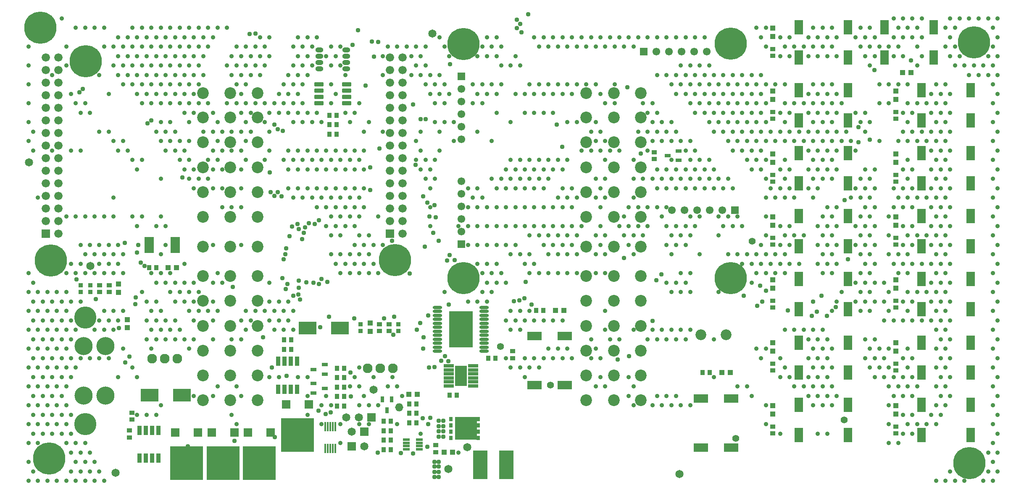
<source format=gts>
G04*
G04 #@! TF.GenerationSoftware,Altium Limited,Altium Designer,21.8.1 (53)*
G04*
G04 Layer_Color=8388736*
%FSLAX23Y23*%
%MOIN*%
G70*
G04*
G04 #@! TF.SameCoordinates,5902FB8D-61F4-4A33-80A6-77BEAA8E0702*
G04*
G04*
G04 #@! TF.FilePolarity,Negative*
G04*
G01*
G75*
%ADD24R,0.039X0.039*%
%ADD27R,0.039X0.039*%
%ADD52R,0.041X0.034*%
%ADD53R,0.034X0.041*%
%ADD54R,0.037X0.041*%
%ADD55R,0.032X0.075*%
%ADD56R,0.262X0.270*%
%ADD57R,0.065X0.069*%
%ADD58R,0.174X0.182*%
%ADD59R,0.031X0.032*%
%ADD60R,0.051X0.030*%
%ADD61R,0.069X0.118*%
%ADD62R,0.014X0.073*%
%ADD63R,0.014X0.073*%
G04:AMPARAMS|DCode=64|XSize=32mil|YSize=71mil|CornerRadius=5mil|HoleSize=0mil|Usage=FLASHONLY|Rotation=270.000|XOffset=0mil|YOffset=0mil|HoleType=Round|Shape=RoundedRectangle|*
%AMROUNDEDRECTD64*
21,1,0.032,0.061,0,0,270.0*
21,1,0.022,0.071,0,0,270.0*
1,1,0.010,-0.031,-0.011*
1,1,0.010,-0.031,0.011*
1,1,0.010,0.031,0.011*
1,1,0.010,0.031,-0.011*
%
%ADD64ROUNDEDRECTD64*%
%ADD65R,0.084X0.026*%
%ADD66R,0.093X0.160*%
%ADD67O,0.063X0.041*%
%ADD68R,0.041X0.037*%
%ADD69R,0.076X0.130*%
%ADD70R,0.191X0.286*%
%ADD71O,0.075X0.026*%
%ADD72R,0.118X0.069*%
%ADD73R,0.112X0.226*%
%ADD74R,0.054X0.022*%
%ADD75R,0.030X0.051*%
%ADD76R,0.144X0.104*%
%ADD77R,0.036X0.036*%
%ADD78C,0.086*%
%ADD79C,0.093*%
%ADD80C,0.066*%
%ADD81R,0.066X0.066*%
%ADD82C,0.065*%
%ADD83O,0.065X0.065*%
%ADD84R,0.065X0.065*%
%ADD85C,0.061*%
%ADD86R,0.061X0.061*%
%ADD87R,0.061X0.061*%
%ADD88C,0.077*%
%ADD89C,0.144*%
%ADD90C,0.037*%
%ADD91C,0.036*%
%ADD92C,0.056*%
%ADD93C,0.256*%
%ADD94C,0.176*%
D24*
X6655Y1657D02*
D03*
Y1723D02*
D03*
Y2223D02*
D03*
Y2157D02*
D03*
X1535Y2408D02*
D03*
Y2342D02*
D03*
X7630Y3223D02*
D03*
Y3157D02*
D03*
Y2723D02*
D03*
Y2657D02*
D03*
X6655Y4723D02*
D03*
Y4657D02*
D03*
X7630Y1723D02*
D03*
Y1657D02*
D03*
X6655Y4223D02*
D03*
Y4157D02*
D03*
X7630Y3723D02*
D03*
Y3657D02*
D03*
Y2223D02*
D03*
Y2157D02*
D03*
Y4223D02*
D03*
Y4157D02*
D03*
X6655Y3723D02*
D03*
Y3657D02*
D03*
Y2723D02*
D03*
Y2657D02*
D03*
Y3223D02*
D03*
Y3157D02*
D03*
X3460Y2381D02*
D03*
Y2314D02*
D03*
X1465Y2691D02*
D03*
Y2624D02*
D03*
D27*
X6252Y1986D02*
D03*
X6319D02*
D03*
X4115Y1354D02*
D03*
X4048D02*
D03*
X4998Y2480D02*
D03*
X4932D02*
D03*
X1923Y2820D02*
D03*
X1857D02*
D03*
X7683Y4370D02*
D03*
X7750D02*
D03*
X3767Y1813D02*
D03*
X3833D02*
D03*
D52*
X6655Y1558D02*
D03*
Y1502D02*
D03*
X3980Y1354D02*
D03*
Y1410D02*
D03*
X5715Y3682D02*
D03*
Y3738D02*
D03*
X6655Y2058D02*
D03*
Y2002D02*
D03*
X7630Y3002D02*
D03*
Y3058D02*
D03*
X4590Y2100D02*
D03*
Y2155D02*
D03*
X7630Y2558D02*
D03*
Y2502D02*
D03*
X6655Y4558D02*
D03*
Y4502D02*
D03*
X7630Y1558D02*
D03*
Y1502D02*
D03*
X6655Y4058D02*
D03*
Y4002D02*
D03*
X7630Y3558D02*
D03*
Y3502D02*
D03*
Y2058D02*
D03*
Y2002D02*
D03*
X7630Y4058D02*
D03*
X7630Y4002D02*
D03*
X6655Y3558D02*
D03*
Y3502D02*
D03*
Y2558D02*
D03*
X6655Y2502D02*
D03*
Y3058D02*
D03*
X6655Y3002D02*
D03*
D53*
X6098Y1986D02*
D03*
X6153D02*
D03*
X4833Y2480D02*
D03*
X4777D02*
D03*
X1763Y2820D02*
D03*
X1707D02*
D03*
X3772Y1663D02*
D03*
X3828D02*
D03*
X3567Y1449D02*
D03*
X3623D02*
D03*
X3828Y1738D02*
D03*
X3772D02*
D03*
X3567Y1374D02*
D03*
X3623D02*
D03*
X3623Y1524D02*
D03*
X3567D02*
D03*
X3772Y1588D02*
D03*
X3828D02*
D03*
X3567Y1599D02*
D03*
X3623D02*
D03*
D54*
X3137Y3955D02*
D03*
X3193D02*
D03*
X3193Y4030D02*
D03*
X3137D02*
D03*
X3137Y3880D02*
D03*
X3193D02*
D03*
X2833Y2170D02*
D03*
X2777D02*
D03*
X2833Y2245D02*
D03*
X2777D02*
D03*
X3197Y1795D02*
D03*
X3253D02*
D03*
X3197Y1870D02*
D03*
X3253D02*
D03*
X3197Y1720D02*
D03*
X3253D02*
D03*
X3253Y2020D02*
D03*
X3197D02*
D03*
X3253Y1945D02*
D03*
X3197D02*
D03*
X4453Y2100D02*
D03*
X4397D02*
D03*
X4092Y1808D02*
D03*
X4148D02*
D03*
D55*
X2880Y2075D02*
D03*
X2830D02*
D03*
X2780D02*
D03*
X2730D02*
D03*
X2880Y1854D02*
D03*
X2830D02*
D03*
X2780D02*
D03*
X2730D02*
D03*
X1780Y1525D02*
D03*
X1730D02*
D03*
X1680D02*
D03*
X1630D02*
D03*
X1780Y1305D02*
D03*
X1730D02*
D03*
X1680D02*
D03*
X1630D02*
D03*
D56*
X2885Y1490D02*
D03*
X2581Y1268D02*
D03*
X2294D02*
D03*
X2004D02*
D03*
D57*
X2976Y1732D02*
D03*
X2794D02*
D03*
X2671Y1510D02*
D03*
X2490D02*
D03*
X2385D02*
D03*
X2204D02*
D03*
X2095D02*
D03*
X1914D02*
D03*
D58*
X4221Y1542D02*
D03*
D59*
X4102Y1617D02*
D03*
Y1567D02*
D03*
Y1517D02*
D03*
Y1467D02*
D03*
X4317D02*
D03*
Y1517D02*
D03*
Y1567D02*
D03*
Y1617D02*
D03*
D60*
X5909Y3673D02*
D03*
Y3747D02*
D03*
X5821Y3710D02*
D03*
X3011Y1899D02*
D03*
Y1824D02*
D03*
X3100Y1861D02*
D03*
X3100Y1974D02*
D03*
Y2049D02*
D03*
X3011Y2011D02*
D03*
D61*
X7250Y1986D02*
D03*
Y2224D02*
D03*
X6860D02*
D03*
Y1986D02*
D03*
X7250Y3991D02*
D03*
Y4229D02*
D03*
X6860D02*
D03*
Y3991D02*
D03*
X7930Y4491D02*
D03*
Y4729D02*
D03*
X7540D02*
D03*
Y4491D02*
D03*
X8225Y2991D02*
D03*
Y3229D02*
D03*
X7835D02*
D03*
Y2991D02*
D03*
X8225Y2491D02*
D03*
Y2729D02*
D03*
X7835D02*
D03*
Y2491D02*
D03*
X7250Y4491D02*
D03*
Y4729D02*
D03*
X6860D02*
D03*
Y4491D02*
D03*
X8225Y1491D02*
D03*
Y1729D02*
D03*
X7835D02*
D03*
Y1491D02*
D03*
X8225Y3491D02*
D03*
Y3729D02*
D03*
X7835D02*
D03*
Y3491D02*
D03*
X8225Y1986D02*
D03*
Y2224D02*
D03*
X7835D02*
D03*
Y1986D02*
D03*
X8225Y3991D02*
D03*
Y4229D02*
D03*
X7835D02*
D03*
Y3991D02*
D03*
X7250Y3491D02*
D03*
Y3729D02*
D03*
X6860D02*
D03*
Y3491D02*
D03*
X7250Y2491D02*
D03*
Y2729D02*
D03*
X6860D02*
D03*
Y2491D02*
D03*
X7250Y1491D02*
D03*
Y1729D02*
D03*
X6860D02*
D03*
Y1491D02*
D03*
X7250Y2991D02*
D03*
Y3229D02*
D03*
X6860D02*
D03*
Y2991D02*
D03*
D62*
X3106Y1558D02*
D03*
X3125D02*
D03*
X3145D02*
D03*
X3165D02*
D03*
X3184Y1382D02*
D03*
X3165D02*
D03*
X3145D02*
D03*
X3125D02*
D03*
X3106D02*
D03*
D63*
X3184Y1558D02*
D03*
D64*
X3054Y4275D02*
D03*
Y4225D02*
D03*
Y4175D02*
D03*
Y4125D02*
D03*
X3276Y4275D02*
D03*
Y4225D02*
D03*
Y4175D02*
D03*
Y4125D02*
D03*
D65*
X4083Y2039D02*
D03*
Y2007D02*
D03*
Y1976D02*
D03*
Y1944D02*
D03*
Y1913D02*
D03*
Y1881D02*
D03*
X4277D02*
D03*
Y1913D02*
D03*
Y1944D02*
D03*
Y1976D02*
D03*
Y2007D02*
D03*
Y2039D02*
D03*
D66*
X4180Y1960D02*
D03*
D67*
X3272Y4400D02*
D03*
Y4450D02*
D03*
Y4500D02*
D03*
Y4550D02*
D03*
X3058Y4400D02*
D03*
Y4450D02*
D03*
Y4500D02*
D03*
Y4550D02*
D03*
D68*
X3610Y2370D02*
D03*
Y2315D02*
D03*
X1315Y2680D02*
D03*
Y2625D02*
D03*
X1570Y1668D02*
D03*
Y1612D02*
D03*
X1550Y1470D02*
D03*
Y1526D02*
D03*
X3535Y2315D02*
D03*
Y2370D02*
D03*
X1390Y2625D02*
D03*
Y2680D02*
D03*
D69*
X1913Y3000D02*
D03*
X1707D02*
D03*
D70*
X4180Y2330D02*
D03*
D71*
X4366Y2157D02*
D03*
Y2188D02*
D03*
Y2220D02*
D03*
Y2251D02*
D03*
Y2283D02*
D03*
Y2314D02*
D03*
Y2346D02*
D03*
Y2377D02*
D03*
Y2409D02*
D03*
Y2440D02*
D03*
Y2472D02*
D03*
Y2503D02*
D03*
X3994Y2157D02*
D03*
Y2188D02*
D03*
Y2220D02*
D03*
Y2251D02*
D03*
Y2283D02*
D03*
Y2314D02*
D03*
Y2346D02*
D03*
Y2377D02*
D03*
Y2409D02*
D03*
Y2440D02*
D03*
Y2472D02*
D03*
Y2503D02*
D03*
D72*
X5004Y2275D02*
D03*
X4766D02*
D03*
Y1885D02*
D03*
X5004D02*
D03*
X6086Y1391D02*
D03*
X6324D02*
D03*
Y1781D02*
D03*
X6086D02*
D03*
D73*
X4334Y1253D02*
D03*
X4542D02*
D03*
D74*
X3852Y1453D02*
D03*
Y1428D02*
D03*
Y1402D02*
D03*
Y1377D02*
D03*
X3748D02*
D03*
Y1402D02*
D03*
Y1428D02*
D03*
Y1453D02*
D03*
D75*
X3632Y1774D02*
D03*
X3558D02*
D03*
X3595Y1686D02*
D03*
D76*
X1712Y1805D02*
D03*
X1968D02*
D03*
X2964Y2340D02*
D03*
X3220D02*
D03*
D77*
X3685Y2315D02*
D03*
Y2370D02*
D03*
X3385D02*
D03*
Y2315D02*
D03*
X1240Y2680D02*
D03*
Y2625D02*
D03*
X1165Y2625D02*
D03*
Y2680D02*
D03*
D78*
X6086Y2287D02*
D03*
X6286D02*
D03*
D79*
X5176Y2752D02*
D03*
X5393Y3815D02*
D03*
Y4012D02*
D03*
X5176Y4208D02*
D03*
X5393D02*
D03*
X5609D02*
D03*
X5176Y4012D02*
D03*
X5609D02*
D03*
X5176Y3815D02*
D03*
X5609D02*
D03*
X5176Y3618D02*
D03*
X5393D02*
D03*
X5609D02*
D03*
X5176Y3421D02*
D03*
X5393D02*
D03*
X5609D02*
D03*
X5176Y3224D02*
D03*
X5393D02*
D03*
X5609D02*
D03*
X5176Y2988D02*
D03*
X5393D02*
D03*
X5609D02*
D03*
X5393Y2752D02*
D03*
X5609D02*
D03*
X5176Y2555D02*
D03*
X5393D02*
D03*
X5609D02*
D03*
X5176Y2358D02*
D03*
X5393D02*
D03*
X5609D02*
D03*
X5176Y2161D02*
D03*
X5393D02*
D03*
X5609D02*
D03*
X5176Y1964D02*
D03*
X5393D02*
D03*
X5609D02*
D03*
X5176Y1768D02*
D03*
X5393D02*
D03*
X5609D02*
D03*
X2352Y2988D02*
D03*
Y1768D02*
D03*
X2135D02*
D03*
X2568Y1964D02*
D03*
X2135Y3224D02*
D03*
Y4208D02*
D03*
X2352D02*
D03*
X2568D02*
D03*
X2135Y4012D02*
D03*
X2352D02*
D03*
X2568D02*
D03*
X2135Y3815D02*
D03*
X2352D02*
D03*
X2568D02*
D03*
X2135Y3618D02*
D03*
X2352D02*
D03*
X2568D02*
D03*
X2135Y3421D02*
D03*
X2352D02*
D03*
X2568D02*
D03*
X2352Y3224D02*
D03*
X2568D02*
D03*
X2135Y2988D02*
D03*
X2568D02*
D03*
X2135Y2752D02*
D03*
X2352D02*
D03*
X2568D02*
D03*
X2135Y2555D02*
D03*
X2352D02*
D03*
X2568D02*
D03*
X2135Y2358D02*
D03*
X2352D02*
D03*
X2568D02*
D03*
X2135Y2161D02*
D03*
X2352D02*
D03*
X2568D02*
D03*
X2135Y1964D02*
D03*
X2352D02*
D03*
X2568Y1768D02*
D03*
D80*
X3718Y4490D02*
D03*
Y4390D02*
D03*
X3618Y4490D02*
D03*
Y4390D02*
D03*
X3718Y4290D02*
D03*
Y4190D02*
D03*
Y4090D02*
D03*
Y3990D02*
D03*
Y3890D02*
D03*
Y3790D02*
D03*
Y3690D02*
D03*
Y3590D02*
D03*
Y3490D02*
D03*
Y3390D02*
D03*
Y3290D02*
D03*
Y3190D02*
D03*
Y3090D02*
D03*
X3618Y4290D02*
D03*
Y4190D02*
D03*
Y4090D02*
D03*
Y3990D02*
D03*
Y3890D02*
D03*
Y3790D02*
D03*
Y3690D02*
D03*
Y3590D02*
D03*
Y3490D02*
D03*
Y3390D02*
D03*
Y3290D02*
D03*
Y3190D02*
D03*
X989Y4490D02*
D03*
Y4390D02*
D03*
X889Y4490D02*
D03*
Y4390D02*
D03*
X989Y4290D02*
D03*
Y4190D02*
D03*
Y4090D02*
D03*
Y3990D02*
D03*
Y3890D02*
D03*
Y3790D02*
D03*
Y3690D02*
D03*
Y3590D02*
D03*
Y3490D02*
D03*
Y3390D02*
D03*
Y3290D02*
D03*
Y3190D02*
D03*
Y3090D02*
D03*
X889Y4290D02*
D03*
Y4190D02*
D03*
Y4090D02*
D03*
Y3990D02*
D03*
Y3890D02*
D03*
Y3790D02*
D03*
Y3690D02*
D03*
Y3590D02*
D03*
Y3490D02*
D03*
Y3390D02*
D03*
Y3290D02*
D03*
Y3190D02*
D03*
D81*
X3618Y3090D02*
D03*
X889D02*
D03*
D82*
X3954Y4680D02*
D03*
X1442Y1189D02*
D03*
X3488Y1850D02*
D03*
X1240Y2832D02*
D03*
X756Y3657D02*
D03*
X5915Y1180D02*
D03*
X4230Y1393D02*
D03*
X4082Y1221D02*
D03*
X3270Y1630D02*
D03*
X3370D02*
D03*
X3415Y1400D02*
D03*
X3315Y1515D02*
D03*
D83*
X3690Y1710D02*
D03*
D84*
X3470Y1630D02*
D03*
X3315Y1400D02*
D03*
X3415Y1515D02*
D03*
D85*
X4185Y3505D02*
D03*
Y3405D02*
D03*
Y3305D02*
D03*
Y3205D02*
D03*
Y3105D02*
D03*
X6130Y4535D02*
D03*
X6030D02*
D03*
X5930D02*
D03*
X5830D02*
D03*
X5730D02*
D03*
X5855Y3275D02*
D03*
X5955D02*
D03*
X6055D02*
D03*
X6155D02*
D03*
X6255D02*
D03*
X4185Y3840D02*
D03*
Y3940D02*
D03*
Y4040D02*
D03*
Y4140D02*
D03*
Y4240D02*
D03*
D86*
Y3005D02*
D03*
Y4340D02*
D03*
D87*
X5630Y4535D02*
D03*
X6355Y3275D02*
D03*
D88*
X1932Y2095D02*
D03*
X1832D02*
D03*
X1732D02*
D03*
X3440Y2020D02*
D03*
X3540D02*
D03*
X3640D02*
D03*
D89*
X1187Y1803D02*
D03*
X1360D02*
D03*
X1187Y2197D02*
D03*
X1360D02*
D03*
D90*
X3010Y2700D02*
D03*
X2945Y3140D02*
D03*
X3054Y2690D02*
D03*
X2975Y3172D02*
D03*
X2372Y2667D02*
D03*
X3535Y3765D02*
D03*
X2795Y2972D02*
D03*
X2789Y2927D02*
D03*
X2774Y2886D02*
D03*
X3366Y4705D02*
D03*
X3526Y4614D02*
D03*
X4093Y4436D02*
D03*
X4714Y4832D02*
D03*
X5501Y4254D02*
D03*
X1724Y3991D02*
D03*
X1694Y3967D02*
D03*
X1641Y2859D02*
D03*
X1670Y2834D02*
D03*
X1971Y3536D02*
D03*
X3120Y2705D02*
D03*
X3055Y3195D02*
D03*
X3075Y2730D02*
D03*
X3020Y3165D02*
D03*
X1182Y4241D02*
D03*
X1155Y4214D02*
D03*
X2890Y2605D02*
D03*
X2885Y3165D02*
D03*
X2840Y3145D02*
D03*
X2850Y2595D02*
D03*
X4130Y2880D02*
D03*
X4600Y2552D02*
D03*
X2895Y3125D02*
D03*
Y2715D02*
D03*
X4645Y2560D02*
D03*
X2935Y3095D02*
D03*
X4070Y2875D02*
D03*
X2955Y2704D02*
D03*
X2905Y2565D02*
D03*
X2820Y3070D02*
D03*
X2920Y3048D02*
D03*
X2895Y2660D02*
D03*
X2805Y2690D02*
D03*
X2790Y2650D02*
D03*
X3776Y2773D02*
D03*
X3893Y2986D02*
D03*
X3635Y3032D02*
D03*
X3901Y4000D02*
D03*
X3862D02*
D03*
X4003Y3032D02*
D03*
X4940Y3956D02*
D03*
X3980Y3220D02*
D03*
X3960Y3095D02*
D03*
X3802Y4116D02*
D03*
X4041Y1478D02*
D03*
X2729Y3920D02*
D03*
X2700Y3955D02*
D03*
X3800Y1344D02*
D03*
X2386Y1443D02*
D03*
X3304Y1987D02*
D03*
X2769Y3906D02*
D03*
X2757Y3385D02*
D03*
X2700Y3390D02*
D03*
X2729Y3420D02*
D03*
X1550Y2112D02*
D03*
X1517Y2067D02*
D03*
X1602Y2584D02*
D03*
X1597Y2530D02*
D03*
X1513Y3016D02*
D03*
X1610Y2940D02*
D03*
X2611Y2265D02*
D03*
X2681Y2027D02*
D03*
X3916Y1395D02*
D03*
X3938Y1627D02*
D03*
X3879Y1622D02*
D03*
X3920Y1577D02*
D03*
X2799Y1961D02*
D03*
X4041Y1520D02*
D03*
X4005Y1478D02*
D03*
Y1520D02*
D03*
Y1561D02*
D03*
Y1603D02*
D03*
X4041Y1561D02*
D03*
Y1603D02*
D03*
X4006Y1278D02*
D03*
Y1241D02*
D03*
X3970Y1278D02*
D03*
Y1241D02*
D03*
Y1198D02*
D03*
Y1156D02*
D03*
X4006Y1198D02*
D03*
Y1156D02*
D03*
X3309Y1795D02*
D03*
X3052Y1682D02*
D03*
X2703Y1474D02*
D03*
X3108Y1655D02*
D03*
X3147Y1671D02*
D03*
X2014Y1400D02*
D03*
X3705Y1345D02*
D03*
X5609Y3725D02*
D03*
X5700Y2395D02*
D03*
X5515Y2115D02*
D03*
X5476Y2895D02*
D03*
X5425Y2090D02*
D03*
X7425Y3835D02*
D03*
X5770Y2765D02*
D03*
X3970Y2030D02*
D03*
X4025Y2080D02*
D03*
X4056Y2115D02*
D03*
X4080Y2075D02*
D03*
X3927Y2025D02*
D03*
X3882Y2175D02*
D03*
X3520Y1350D02*
D03*
X1130Y2725D02*
D03*
X1285Y2570D02*
D03*
X3970Y3315D02*
D03*
X3571Y2415D02*
D03*
X3335D02*
D03*
X3915Y3335D02*
D03*
X3880Y3385D02*
D03*
X3932Y3225D02*
D03*
X4090Y2920D02*
D03*
X4695Y2705D02*
D03*
X4985Y3780D02*
D03*
X4660Y4690D02*
D03*
X4650Y4755D02*
D03*
X4625Y4790D02*
D03*
Y4722D02*
D03*
X3320Y4590D02*
D03*
X3475Y4615D02*
D03*
X2550Y4680D02*
D03*
X2505Y4675D02*
D03*
X4685Y2576D02*
D03*
X4740Y2525D02*
D03*
X3462Y3435D02*
D03*
Y3615D02*
D03*
X3820Y3635D02*
D03*
X2670Y3421D02*
D03*
X2665Y3575D02*
D03*
X3650Y2430D02*
D03*
X6965Y2435D02*
D03*
X7085D02*
D03*
X6530Y2515D02*
D03*
X6975Y2550D02*
D03*
X6570D02*
D03*
X6775Y2480D02*
D03*
X7005Y2470D02*
D03*
X7040Y2595D02*
D03*
X7335Y3815D02*
D03*
Y3935D02*
D03*
X4085Y2525D02*
D03*
X3885Y2266D02*
D03*
X3830Y2328D02*
D03*
X3858Y2381D02*
D03*
X3645Y2285D02*
D03*
X3490Y4495D02*
D03*
X3135Y2430D02*
D03*
X3425Y4265D02*
D03*
X3065Y2345D02*
D03*
X2765Y2735D02*
D03*
X3920Y2440D02*
D03*
X7460Y4390D02*
D03*
X5730Y2720D02*
D03*
X7225Y3355D02*
D03*
X6555Y2675D02*
D03*
X7250Y2885D02*
D03*
X6600Y2635D02*
D03*
X6425Y2598D02*
D03*
X7155Y2505D02*
D03*
X1467Y2340D02*
D03*
X7750Y4465D02*
D03*
X1620Y3000D02*
D03*
D91*
X2287Y2700D02*
D03*
X8438Y4800D02*
D03*
X8400Y4725D02*
D03*
X8438Y4650D02*
D03*
X8400Y4575D02*
D03*
X8438Y4500D02*
D03*
X8400Y4425D02*
D03*
X8438Y4350D02*
D03*
X8400Y4275D02*
D03*
X8438Y4200D02*
D03*
X8400Y4125D02*
D03*
X8438Y4050D02*
D03*
X8400Y3975D02*
D03*
X8438Y3900D02*
D03*
X8400Y3825D02*
D03*
X8438Y3750D02*
D03*
X8400Y3675D02*
D03*
X8438Y3600D02*
D03*
X8400Y3525D02*
D03*
X8438Y3450D02*
D03*
X8400Y3375D02*
D03*
X8438Y3300D02*
D03*
X8400Y3225D02*
D03*
X8438Y3150D02*
D03*
X8400Y3075D02*
D03*
X8438Y3000D02*
D03*
X8400Y2925D02*
D03*
X8438Y2850D02*
D03*
X8400Y2775D02*
D03*
X8438Y2700D02*
D03*
X8400Y2625D02*
D03*
X8438Y2550D02*
D03*
X8400Y2475D02*
D03*
X8438Y2400D02*
D03*
X8400Y2325D02*
D03*
X8438Y2250D02*
D03*
X8400Y2175D02*
D03*
X8438Y2100D02*
D03*
X8400Y2025D02*
D03*
X8438Y1950D02*
D03*
X8400Y1875D02*
D03*
X8438Y1800D02*
D03*
X8400Y1725D02*
D03*
X8438Y1650D02*
D03*
X8400Y1575D02*
D03*
X8438Y1500D02*
D03*
X8400Y1425D02*
D03*
X8438Y1350D02*
D03*
X8400Y1275D02*
D03*
X8438Y1200D02*
D03*
X8400Y1125D02*
D03*
X8363Y4800D02*
D03*
Y4500D02*
D03*
X8325Y4425D02*
D03*
X8363Y4350D02*
D03*
Y1350D02*
D03*
Y1200D02*
D03*
X8325Y1125D02*
D03*
X8288Y4800D02*
D03*
X8250Y4425D02*
D03*
X8288Y4350D02*
D03*
X8212Y4800D02*
D03*
X8175Y4425D02*
D03*
X8212Y4350D02*
D03*
X8175Y1125D02*
D03*
X8137Y4800D02*
D03*
X8100Y4725D02*
D03*
Y4575D02*
D03*
X8137Y4500D02*
D03*
X8100Y4425D02*
D03*
Y1125D02*
D03*
X8062Y4800D02*
D03*
X8025Y4725D02*
D03*
X8062Y4650D02*
D03*
X8025Y4575D02*
D03*
X8062Y4500D02*
D03*
X8025Y4275D02*
D03*
X8062Y4200D02*
D03*
X8025Y4125D02*
D03*
X8062Y4050D02*
D03*
X8025Y3975D02*
D03*
X8062Y3900D02*
D03*
X8025Y3825D02*
D03*
X8062Y3750D02*
D03*
X8025Y3675D02*
D03*
X8062Y3600D02*
D03*
X8025Y3525D02*
D03*
X8062Y3450D02*
D03*
X8025Y3375D02*
D03*
X8062Y3300D02*
D03*
X8025Y3225D02*
D03*
X8062Y3150D02*
D03*
X8025Y3075D02*
D03*
X8062Y3000D02*
D03*
X8025Y2925D02*
D03*
X8062Y2850D02*
D03*
X8025Y2775D02*
D03*
X8062Y2700D02*
D03*
X8025Y2625D02*
D03*
X8062Y2550D02*
D03*
X8025Y2475D02*
D03*
X8062Y2400D02*
D03*
X8025Y2325D02*
D03*
X8062Y2250D02*
D03*
X8025Y2175D02*
D03*
X8062Y2100D02*
D03*
X8025Y2025D02*
D03*
X8062Y1950D02*
D03*
X8025Y1875D02*
D03*
X8062Y1800D02*
D03*
X8025Y1725D02*
D03*
X8062Y1200D02*
D03*
X8025Y1125D02*
D03*
X7950Y4275D02*
D03*
X7988Y4200D02*
D03*
X7950Y4125D02*
D03*
X7988Y4050D02*
D03*
X7950Y3975D02*
D03*
X7988Y3900D02*
D03*
X7950Y3825D02*
D03*
X7988Y3750D02*
D03*
X7950Y3675D02*
D03*
X7988Y3600D02*
D03*
X7950Y3525D02*
D03*
X7988Y3450D02*
D03*
X7950Y3375D02*
D03*
X7988Y3300D02*
D03*
X7950Y3225D02*
D03*
X7988Y3150D02*
D03*
X7950Y3075D02*
D03*
X7988Y3000D02*
D03*
X7950Y2925D02*
D03*
X7988Y2850D02*
D03*
X7950Y2775D02*
D03*
X7988Y2700D02*
D03*
X7950Y2625D02*
D03*
X7988Y2550D02*
D03*
X7950Y2475D02*
D03*
X7988Y2400D02*
D03*
X7950Y2325D02*
D03*
X7988Y2250D02*
D03*
X7950Y2175D02*
D03*
X7988Y2100D02*
D03*
X7950Y2025D02*
D03*
X7988Y1950D02*
D03*
X7950Y1875D02*
D03*
X7988Y1800D02*
D03*
X7950Y1725D02*
D03*
X7988Y1650D02*
D03*
X7950Y1575D02*
D03*
Y1125D02*
D03*
X7912Y4200D02*
D03*
X7875Y4125D02*
D03*
X7912Y4050D02*
D03*
Y3900D02*
D03*
X7875Y3825D02*
D03*
X7912Y3750D02*
D03*
Y3600D02*
D03*
Y3450D02*
D03*
X7875Y3375D02*
D03*
X7912Y3300D02*
D03*
Y3150D02*
D03*
X7875Y3075D02*
D03*
X7912Y3000D02*
D03*
Y2850D02*
D03*
Y2700D02*
D03*
X7875Y2625D02*
D03*
X7912Y2550D02*
D03*
Y2400D02*
D03*
Y1650D02*
D03*
X7875Y1575D02*
D03*
X7838Y4800D02*
D03*
X7800Y4725D02*
D03*
X7838Y4650D02*
D03*
X7800Y4575D02*
D03*
X7838Y4500D02*
D03*
X7800Y4425D02*
D03*
Y4125D02*
D03*
X7838Y3900D02*
D03*
X7800Y3825D02*
D03*
Y3375D02*
D03*
Y3075D02*
D03*
X7838Y2850D02*
D03*
X7800Y2625D02*
D03*
X7838Y2400D02*
D03*
X7800Y1875D02*
D03*
Y1575D02*
D03*
X7762Y4800D02*
D03*
X7725Y4725D02*
D03*
X7762Y4650D02*
D03*
X7725Y4275D02*
D03*
Y4125D02*
D03*
X7762Y4050D02*
D03*
X7725Y3975D02*
D03*
X7762Y3900D02*
D03*
X7725Y3825D02*
D03*
Y3675D02*
D03*
X7762Y3600D02*
D03*
X7725Y3525D02*
D03*
X7762Y3450D02*
D03*
X7725Y3375D02*
D03*
X7762Y3300D02*
D03*
Y3150D02*
D03*
X7725Y3075D02*
D03*
X7762Y3000D02*
D03*
X7725Y2925D02*
D03*
X7762Y2850D02*
D03*
X7725Y2775D02*
D03*
Y2625D02*
D03*
X7762Y2550D02*
D03*
X7725Y2475D02*
D03*
X7762Y2400D02*
D03*
X7725Y2175D02*
D03*
X7762Y2100D02*
D03*
X7725Y2025D02*
D03*
X7762Y1950D02*
D03*
X7725Y1875D02*
D03*
X7762Y1800D02*
D03*
Y1650D02*
D03*
X7725Y1575D02*
D03*
X7762Y1500D02*
D03*
X7688Y4800D02*
D03*
X7650Y4725D02*
D03*
X7688Y4650D02*
D03*
X7650Y4575D02*
D03*
X7688Y4500D02*
D03*
X7650Y4275D02*
D03*
X7688Y4050D02*
D03*
Y3900D02*
D03*
X7650Y3825D02*
D03*
X7688Y3600D02*
D03*
Y3450D02*
D03*
X7650Y3375D02*
D03*
X7688Y3300D02*
D03*
Y3150D02*
D03*
Y3000D02*
D03*
X7650Y2925D02*
D03*
X7688Y2850D02*
D03*
X7650Y2775D02*
D03*
X7688Y2550D02*
D03*
Y2400D02*
D03*
Y2100D02*
D03*
Y1950D02*
D03*
X7650Y1875D02*
D03*
X7688Y1800D02*
D03*
Y1650D02*
D03*
Y1500D02*
D03*
X7650Y1425D02*
D03*
X7613Y4800D02*
D03*
Y4650D02*
D03*
X7575Y4575D02*
D03*
X7613Y4500D02*
D03*
X7575Y4275D02*
D03*
Y4125D02*
D03*
X7613Y3450D02*
D03*
Y3300D02*
D03*
X7575Y3225D02*
D03*
Y3075D02*
D03*
Y2925D02*
D03*
X7613Y2850D02*
D03*
X7575Y2625D02*
D03*
Y2475D02*
D03*
X7613Y2400D02*
D03*
X7575Y2175D02*
D03*
Y2025D02*
D03*
X7613Y1950D02*
D03*
X7575Y1875D02*
D03*
X7613Y1800D02*
D03*
X7575Y1725D02*
D03*
Y1575D02*
D03*
Y1425D02*
D03*
X7500Y4575D02*
D03*
Y4275D02*
D03*
Y4125D02*
D03*
Y3825D02*
D03*
X7537Y2700D02*
D03*
Y2550D02*
D03*
Y2400D02*
D03*
X7500Y2175D02*
D03*
X7537Y2100D02*
D03*
X7500Y2025D02*
D03*
X7537Y1950D02*
D03*
X7425Y4725D02*
D03*
X7463Y4650D02*
D03*
X7425Y4575D02*
D03*
X7463Y4500D02*
D03*
X7425Y4425D02*
D03*
Y3975D02*
D03*
X7463Y3600D02*
D03*
X7425Y3525D02*
D03*
X7463Y3450D02*
D03*
X7425Y3375D02*
D03*
X7463Y3300D02*
D03*
X7425Y3225D02*
D03*
X7463Y3150D02*
D03*
X7425Y3075D02*
D03*
X7463Y3000D02*
D03*
X7425Y2925D02*
D03*
X7463Y2850D02*
D03*
X7425Y2775D02*
D03*
X7463Y2700D02*
D03*
X7425Y2625D02*
D03*
X7463Y2550D02*
D03*
X7425Y2475D02*
D03*
X7463Y2250D02*
D03*
X7425Y2175D02*
D03*
X7463Y2100D02*
D03*
X7425Y2025D02*
D03*
X7463Y1950D02*
D03*
X7350Y4725D02*
D03*
X7387Y4650D02*
D03*
X7350Y4575D02*
D03*
X7387Y4500D02*
D03*
Y4050D02*
D03*
X7350Y3975D02*
D03*
X7387Y3900D02*
D03*
Y3600D02*
D03*
X7350Y3525D02*
D03*
X7387Y3450D02*
D03*
X7350Y3375D02*
D03*
X7387Y3300D02*
D03*
X7350Y3225D02*
D03*
X7387Y3150D02*
D03*
X7350Y3075D02*
D03*
X7387Y3000D02*
D03*
X7350Y2925D02*
D03*
X7387Y2850D02*
D03*
X7350Y2775D02*
D03*
X7387Y2700D02*
D03*
X7350Y2625D02*
D03*
X7387Y2550D02*
D03*
X7350Y2475D02*
D03*
X7387Y2250D02*
D03*
Y2100D02*
D03*
X7312Y4650D02*
D03*
Y4050D02*
D03*
X7275Y3825D02*
D03*
X7312Y3750D02*
D03*
Y3450D02*
D03*
X7275Y3375D02*
D03*
X7312Y3150D02*
D03*
Y3000D02*
D03*
Y2700D02*
D03*
Y2550D02*
D03*
X7200Y4125D02*
D03*
X7238Y3900D02*
D03*
X7200Y3825D02*
D03*
Y2625D02*
D03*
X7125Y4725D02*
D03*
X7162Y4650D02*
D03*
X7125Y4575D02*
D03*
X7162Y4500D02*
D03*
X7125Y4275D02*
D03*
X7162Y4200D02*
D03*
X7125Y4125D02*
D03*
X7162Y4050D02*
D03*
X7125Y3975D02*
D03*
X7162Y3900D02*
D03*
X7125Y3825D02*
D03*
X7162Y3750D02*
D03*
X7125Y3675D02*
D03*
X7162Y3600D02*
D03*
X7125Y3525D02*
D03*
X7162Y3300D02*
D03*
X7125Y3225D02*
D03*
X7162Y3150D02*
D03*
X7125Y3075D02*
D03*
X7162Y3000D02*
D03*
X7125Y2925D02*
D03*
X7162Y2850D02*
D03*
X7125Y2775D02*
D03*
X7162Y2550D02*
D03*
X7125Y2475D02*
D03*
Y2175D02*
D03*
Y2025D02*
D03*
Y1875D02*
D03*
X7162Y1800D02*
D03*
X7125Y1725D02*
D03*
X7050Y4725D02*
D03*
X7088Y4650D02*
D03*
X7050Y4575D02*
D03*
X7088Y4500D02*
D03*
X7050Y4275D02*
D03*
X7088Y4200D02*
D03*
X7050Y4125D02*
D03*
X7088Y4050D02*
D03*
X7050Y3975D02*
D03*
X7088Y3900D02*
D03*
X7050Y3825D02*
D03*
X7088Y3750D02*
D03*
X7050Y3675D02*
D03*
X7088Y3600D02*
D03*
X7050Y3525D02*
D03*
X7088Y3300D02*
D03*
X7050Y3225D02*
D03*
X7088Y3150D02*
D03*
X7050Y3075D02*
D03*
X7088Y3000D02*
D03*
X7050Y2925D02*
D03*
X7088Y2850D02*
D03*
X7050Y2775D02*
D03*
Y2325D02*
D03*
X7088Y2250D02*
D03*
X7050Y2175D02*
D03*
X7088Y2100D02*
D03*
X7050Y2025D02*
D03*
X7088Y1950D02*
D03*
X7050Y1875D02*
D03*
X7088Y1800D02*
D03*
X7050Y1725D02*
D03*
X7088Y1500D02*
D03*
X6975Y4725D02*
D03*
X7012Y4650D02*
D03*
X6975Y4575D02*
D03*
X7012Y4500D02*
D03*
X6975Y4275D02*
D03*
X7012Y4200D02*
D03*
X6975Y4125D02*
D03*
X7012Y4050D02*
D03*
X6975Y3975D02*
D03*
X7012Y3900D02*
D03*
X6975Y3825D02*
D03*
X7012Y3750D02*
D03*
X6975Y3675D02*
D03*
X7012Y3600D02*
D03*
X6975Y3525D02*
D03*
X7012Y3450D02*
D03*
X6975Y3375D02*
D03*
X7012Y3150D02*
D03*
Y3000D02*
D03*
Y2850D02*
D03*
X6975Y2325D02*
D03*
X7012Y2250D02*
D03*
X6975Y2175D02*
D03*
X7012Y2100D02*
D03*
X6975Y2025D02*
D03*
X7012Y1950D02*
D03*
X6975Y1875D02*
D03*
X7012Y1800D02*
D03*
X6975Y1725D02*
D03*
X7012Y1500D02*
D03*
X6938Y4650D02*
D03*
X6900Y4575D02*
D03*
X6938Y4500D02*
D03*
Y4200D02*
D03*
X6900Y4125D02*
D03*
X6938Y4050D02*
D03*
Y3900D02*
D03*
X6900Y3825D02*
D03*
X6938Y3750D02*
D03*
Y3600D02*
D03*
Y3450D02*
D03*
X6900Y3075D02*
D03*
Y2325D02*
D03*
X6938Y2250D02*
D03*
Y2100D02*
D03*
Y1950D02*
D03*
X6900Y1875D02*
D03*
X6938Y1800D02*
D03*
X6825Y4575D02*
D03*
Y4125D02*
D03*
X6863Y3900D02*
D03*
X6825Y3825D02*
D03*
Y3375D02*
D03*
Y3075D02*
D03*
X6863Y2850D02*
D03*
X6825Y2325D02*
D03*
Y1875D02*
D03*
X6787Y4650D02*
D03*
X6750Y4575D02*
D03*
X6787Y4500D02*
D03*
X6750Y4275D02*
D03*
Y4125D02*
D03*
X6787Y4050D02*
D03*
X6750Y3975D02*
D03*
X6787Y3900D02*
D03*
X6750Y3825D02*
D03*
Y3675D02*
D03*
X6787Y3600D02*
D03*
X6750Y3525D02*
D03*
X6787Y3450D02*
D03*
X6750Y3375D02*
D03*
X6787Y3150D02*
D03*
X6750Y3075D02*
D03*
X6787Y3000D02*
D03*
X6750Y2925D02*
D03*
X6787Y2850D02*
D03*
X6750Y2775D02*
D03*
Y2325D02*
D03*
Y2025D02*
D03*
X6787Y1950D02*
D03*
X6713Y4650D02*
D03*
Y4500D02*
D03*
X6675Y4275D02*
D03*
X6713Y4050D02*
D03*
Y3900D02*
D03*
X6675Y3825D02*
D03*
X6713Y3600D02*
D03*
Y3450D02*
D03*
X6675Y3375D02*
D03*
X6713Y3150D02*
D03*
Y3000D02*
D03*
X6675Y2925D02*
D03*
X6713Y2850D02*
D03*
X6675Y2775D02*
D03*
X6713Y2100D02*
D03*
Y1950D02*
D03*
Y1500D02*
D03*
X6600Y4725D02*
D03*
Y4575D02*
D03*
Y4275D02*
D03*
Y4125D02*
D03*
Y3975D02*
D03*
X6637Y3900D02*
D03*
X6600Y3825D02*
D03*
Y3675D02*
D03*
Y3525D02*
D03*
X6637Y3450D02*
D03*
X6600Y3375D02*
D03*
Y3225D02*
D03*
Y3075D02*
D03*
Y2925D02*
D03*
X6637Y2850D02*
D03*
X6600Y2775D02*
D03*
Y2175D02*
D03*
Y1725D02*
D03*
Y1575D02*
D03*
X6525Y4725D02*
D03*
X6562Y4650D02*
D03*
Y4350D02*
D03*
X6525Y4275D02*
D03*
X6562Y4200D02*
D03*
X6525Y4125D02*
D03*
X6562Y4050D02*
D03*
X6525Y3975D02*
D03*
X6562Y3900D02*
D03*
X6525Y3825D02*
D03*
X6562Y3750D02*
D03*
X6525Y3675D02*
D03*
X6562Y3600D02*
D03*
Y3000D02*
D03*
X6525Y2925D02*
D03*
X6562Y2850D02*
D03*
X6525Y2775D02*
D03*
Y2175D02*
D03*
X6562Y2100D02*
D03*
X6488Y4350D02*
D03*
X6450Y4275D02*
D03*
X6488Y4200D02*
D03*
X6450Y4125D02*
D03*
X6488Y4050D02*
D03*
X6450Y3975D02*
D03*
X6488Y3900D02*
D03*
X6450Y3825D02*
D03*
X6488Y3750D02*
D03*
X6450Y3675D02*
D03*
X6488Y3600D02*
D03*
X6450Y2925D02*
D03*
X6488Y2850D02*
D03*
Y2700D02*
D03*
X6450Y1875D02*
D03*
X6488Y1800D02*
D03*
X6412Y4350D02*
D03*
X6375Y4275D02*
D03*
X6412Y4200D02*
D03*
X6375Y4125D02*
D03*
X6412Y4050D02*
D03*
X6375Y3975D02*
D03*
X6412Y3900D02*
D03*
X6375Y3825D02*
D03*
X6412Y3750D02*
D03*
X6375Y3225D02*
D03*
X6412Y3150D02*
D03*
X6375Y2925D02*
D03*
X6412Y2850D02*
D03*
X6375Y1875D02*
D03*
X6338Y4350D02*
D03*
X6300Y4275D02*
D03*
X6338Y4200D02*
D03*
X6300Y4125D02*
D03*
X6338Y4050D02*
D03*
X6300Y3975D02*
D03*
X6338Y3900D02*
D03*
X6300Y3825D02*
D03*
X6338Y3750D02*
D03*
X6300Y3525D02*
D03*
X6338Y3450D02*
D03*
X6300Y3225D02*
D03*
X6338Y3150D02*
D03*
X6300Y2925D02*
D03*
X6262Y4350D02*
D03*
X6225Y4275D02*
D03*
X6262Y4200D02*
D03*
X6225Y4125D02*
D03*
X6262Y4050D02*
D03*
X6225Y3975D02*
D03*
X6262Y3900D02*
D03*
X6225Y3525D02*
D03*
X6262Y3450D02*
D03*
X6225Y3225D02*
D03*
X6262Y3150D02*
D03*
X6225Y3075D02*
D03*
Y2625D02*
D03*
X6150Y4425D02*
D03*
X6188Y4350D02*
D03*
X6150Y4275D02*
D03*
X6188Y4200D02*
D03*
X6150Y4125D02*
D03*
X6188Y4050D02*
D03*
X6150Y3975D02*
D03*
X6188Y3900D02*
D03*
X6150Y3675D02*
D03*
X6188Y3600D02*
D03*
X6150Y3525D02*
D03*
X6188Y3450D02*
D03*
Y2250D02*
D03*
Y1950D02*
D03*
X6113Y4650D02*
D03*
X6075Y4425D02*
D03*
X6113Y4350D02*
D03*
X6075Y4275D02*
D03*
X6113Y4200D02*
D03*
X6075Y4125D02*
D03*
X6113Y4050D02*
D03*
X6075Y3675D02*
D03*
X6113Y3600D02*
D03*
X6075Y3525D02*
D03*
X6113Y3450D02*
D03*
X6075Y3225D02*
D03*
Y2925D02*
D03*
X6037Y4650D02*
D03*
X6000Y4425D02*
D03*
X6037Y4350D02*
D03*
X6000Y4275D02*
D03*
X6037Y4200D02*
D03*
X6000Y4125D02*
D03*
X6037Y4050D02*
D03*
X6000Y3825D02*
D03*
X6037Y3750D02*
D03*
X6000Y3675D02*
D03*
X6037Y3600D02*
D03*
X6000Y3525D02*
D03*
X6037Y3450D02*
D03*
X6000Y3225D02*
D03*
X6037Y3150D02*
D03*
X6000Y3075D02*
D03*
Y2775D02*
D03*
Y2625D02*
D03*
Y2325D02*
D03*
Y1725D02*
D03*
X5963Y4650D02*
D03*
X5925Y4425D02*
D03*
X5963Y4350D02*
D03*
X5925Y4275D02*
D03*
X5963Y4200D02*
D03*
X5925Y3825D02*
D03*
X5963Y3750D02*
D03*
Y3600D02*
D03*
X5925Y3525D02*
D03*
X5963Y3450D02*
D03*
Y3150D02*
D03*
X5925Y3075D02*
D03*
X5963Y3000D02*
D03*
X5925Y2775D02*
D03*
X5963Y2700D02*
D03*
X5925Y2625D02*
D03*
Y2325D02*
D03*
X5963Y2250D02*
D03*
X5925Y1725D02*
D03*
X5887Y4650D02*
D03*
Y4350D02*
D03*
X5850Y4275D02*
D03*
X5887Y4200D02*
D03*
X5850Y3975D02*
D03*
X5887Y3900D02*
D03*
X5850Y3825D02*
D03*
Y3675D02*
D03*
X5887Y3600D02*
D03*
X5850Y3525D02*
D03*
X5887Y3450D02*
D03*
Y3150D02*
D03*
X5850Y3075D02*
D03*
X5887Y3000D02*
D03*
X5850Y2925D02*
D03*
X5887Y2700D02*
D03*
X5850Y2625D02*
D03*
Y2325D02*
D03*
X5887Y2250D02*
D03*
Y1800D02*
D03*
X5850Y1725D02*
D03*
X5812Y4650D02*
D03*
Y4350D02*
D03*
X5775Y3975D02*
D03*
X5812Y3900D02*
D03*
X5775Y3825D02*
D03*
X5812Y3600D02*
D03*
X5775Y3525D02*
D03*
X5812Y3450D02*
D03*
Y3300D02*
D03*
X5775Y3225D02*
D03*
X5812Y3150D02*
D03*
Y3000D02*
D03*
Y2700D02*
D03*
X5775Y2325D02*
D03*
X5812Y2250D02*
D03*
Y1800D02*
D03*
X5775Y1725D02*
D03*
X5738Y4650D02*
D03*
Y4350D02*
D03*
X5700Y4125D02*
D03*
X5738Y4050D02*
D03*
X5700Y3975D02*
D03*
X5738Y3900D02*
D03*
X5700Y3825D02*
D03*
X5738Y3600D02*
D03*
X5700Y3525D02*
D03*
X5738Y3450D02*
D03*
Y3300D02*
D03*
X5700Y2325D02*
D03*
X5738Y2250D02*
D03*
Y1800D02*
D03*
X5700Y1725D02*
D03*
X5662Y4650D02*
D03*
X5625Y4125D02*
D03*
X5662Y4050D02*
D03*
Y3900D02*
D03*
Y3750D02*
D03*
X5625Y3525D02*
D03*
X5662Y3300D02*
D03*
Y3150D02*
D03*
X5625Y3075D02*
D03*
X5662Y2250D02*
D03*
X5588Y4650D02*
D03*
X5550Y4575D02*
D03*
X5588Y3900D02*
D03*
X5550Y3675D02*
D03*
Y3525D02*
D03*
Y3375D02*
D03*
X5588Y3300D02*
D03*
Y3150D02*
D03*
X5550Y3075D02*
D03*
Y2925D02*
D03*
Y2325D02*
D03*
Y1875D02*
D03*
Y1725D02*
D03*
X5512Y4650D02*
D03*
X5475Y4575D02*
D03*
X5512Y3300D02*
D03*
X5475Y3225D02*
D03*
X5512Y3150D02*
D03*
X5475Y3075D02*
D03*
X5512Y3000D02*
D03*
Y1950D02*
D03*
Y1800D02*
D03*
X5438Y4650D02*
D03*
X5400Y4575D02*
D03*
Y4275D02*
D03*
Y4125D02*
D03*
X5438Y3750D02*
D03*
Y3150D02*
D03*
Y2250D02*
D03*
X5363Y4650D02*
D03*
X5325Y4575D02*
D03*
Y4125D02*
D03*
Y3825D02*
D03*
X5363Y3750D02*
D03*
X5325Y3675D02*
D03*
Y3525D02*
D03*
Y3375D02*
D03*
Y3075D02*
D03*
Y2925D02*
D03*
Y2775D02*
D03*
Y2475D02*
D03*
Y2325D02*
D03*
X5363Y2250D02*
D03*
X5325Y1875D02*
D03*
X5287Y4650D02*
D03*
X5250Y4575D02*
D03*
Y4275D02*
D03*
X5287Y4200D02*
D03*
X5250Y3975D02*
D03*
X5287Y3900D02*
D03*
X5250Y3825D02*
D03*
X5287Y3750D02*
D03*
X5250Y3525D02*
D03*
X5287Y3450D02*
D03*
X5250Y3375D02*
D03*
X5287Y3300D02*
D03*
Y3150D02*
D03*
X5250Y3075D02*
D03*
X5287Y3000D02*
D03*
X5250Y2925D02*
D03*
Y2775D02*
D03*
Y2175D02*
D03*
X5287Y2100D02*
D03*
Y1950D02*
D03*
X5250Y1875D02*
D03*
X5213Y4650D02*
D03*
X5175Y4575D02*
D03*
Y4275D02*
D03*
X5213Y3900D02*
D03*
Y3750D02*
D03*
Y2250D02*
D03*
Y2100D02*
D03*
X5137Y4650D02*
D03*
X5100Y4575D02*
D03*
Y4275D02*
D03*
Y3975D02*
D03*
X5137Y3750D02*
D03*
X5100Y3375D02*
D03*
X5137Y3150D02*
D03*
X5100Y3075D02*
D03*
Y2925D02*
D03*
Y2775D02*
D03*
X5062Y4650D02*
D03*
X5025Y4575D02*
D03*
Y4275D02*
D03*
X5062Y4200D02*
D03*
X5025Y3975D02*
D03*
Y3675D02*
D03*
X5062Y3450D02*
D03*
X5025Y3375D02*
D03*
X5062Y3300D02*
D03*
Y3150D02*
D03*
X5025Y3075D02*
D03*
X5062Y3000D02*
D03*
X5025Y2925D02*
D03*
Y2775D02*
D03*
Y2175D02*
D03*
X5062Y2100D02*
D03*
X4988Y4650D02*
D03*
X4950Y4575D02*
D03*
Y4275D02*
D03*
X4988Y4200D02*
D03*
X4950Y3675D02*
D03*
X4988Y3600D02*
D03*
Y3450D02*
D03*
X4950Y3375D02*
D03*
X4988Y3300D02*
D03*
Y3150D02*
D03*
X4950Y3075D02*
D03*
X4988Y3000D02*
D03*
X4950Y2925D02*
D03*
Y2775D02*
D03*
X4988Y2400D02*
D03*
X4950Y2175D02*
D03*
X4988Y2100D02*
D03*
X4912Y4650D02*
D03*
X4875Y4575D02*
D03*
Y4275D02*
D03*
X4912Y4200D02*
D03*
Y4050D02*
D03*
X4875Y3675D02*
D03*
X4912Y3600D02*
D03*
X4875Y3525D02*
D03*
X4912Y3300D02*
D03*
Y3150D02*
D03*
X4875Y3075D02*
D03*
X4912Y3000D02*
D03*
X4875Y2925D02*
D03*
Y2775D02*
D03*
X4912Y2400D02*
D03*
X4875Y2175D02*
D03*
X4912Y2100D02*
D03*
X4838Y4650D02*
D03*
X4800Y4575D02*
D03*
Y4275D02*
D03*
X4838Y4200D02*
D03*
Y4050D02*
D03*
X4800Y3675D02*
D03*
X4838Y3600D02*
D03*
X4800Y3525D02*
D03*
X4838Y3450D02*
D03*
Y3300D02*
D03*
Y3150D02*
D03*
X4800Y3075D02*
D03*
X4838Y3000D02*
D03*
X4800Y2775D02*
D03*
X4838Y2400D02*
D03*
Y2100D02*
D03*
X4800Y2025D02*
D03*
X4762Y4650D02*
D03*
X4725Y4275D02*
D03*
X4762Y4200D02*
D03*
Y4050D02*
D03*
X4725Y3675D02*
D03*
X4762Y3600D02*
D03*
X4725Y3525D02*
D03*
X4762Y3450D02*
D03*
Y3300D02*
D03*
Y3150D02*
D03*
X4725Y3075D02*
D03*
Y2925D02*
D03*
X4762Y2850D02*
D03*
X4725Y2775D02*
D03*
Y2475D02*
D03*
X4762Y2400D02*
D03*
Y2100D02*
D03*
X4725Y2025D02*
D03*
X4650Y4425D02*
D03*
X4688Y4200D02*
D03*
Y4050D02*
D03*
X4650Y3675D02*
D03*
X4688Y3600D02*
D03*
X4650Y3525D02*
D03*
X4688Y3450D02*
D03*
Y3300D02*
D03*
Y3150D02*
D03*
X4650Y2925D02*
D03*
X4688Y2850D02*
D03*
X4650Y2475D02*
D03*
X4688Y2400D02*
D03*
X4650Y2325D02*
D03*
X4688Y2100D02*
D03*
X4650Y2025D02*
D03*
X4688Y1950D02*
D03*
X4613Y4500D02*
D03*
X4575Y4425D02*
D03*
X4613Y4200D02*
D03*
X4575Y3975D02*
D03*
Y3675D02*
D03*
X4613Y3600D02*
D03*
X4575Y3525D02*
D03*
X4613Y3450D02*
D03*
Y3300D02*
D03*
Y3150D02*
D03*
Y3000D02*
D03*
X4575Y2925D02*
D03*
Y2475D02*
D03*
X4613Y2400D02*
D03*
X4575Y2325D02*
D03*
Y2025D02*
D03*
X4500Y4575D02*
D03*
Y4425D02*
D03*
Y4275D02*
D03*
X4537Y3600D02*
D03*
X4500Y3525D02*
D03*
X4537Y3450D02*
D03*
Y3300D02*
D03*
Y3150D02*
D03*
Y3000D02*
D03*
X4500Y2775D02*
D03*
X4537Y2700D02*
D03*
Y2400D02*
D03*
Y2100D02*
D03*
X4463Y4650D02*
D03*
X4425Y4575D02*
D03*
X4463Y4500D02*
D03*
X4425Y4275D02*
D03*
X4463Y4200D02*
D03*
Y4050D02*
D03*
X4425Y3825D02*
D03*
Y3525D02*
D03*
X4463Y3450D02*
D03*
Y3300D02*
D03*
Y3150D02*
D03*
Y3000D02*
D03*
Y2850D02*
D03*
X4425Y2775D02*
D03*
X4463Y2700D02*
D03*
X4425Y2625D02*
D03*
X4387Y4650D02*
D03*
X4350Y4575D02*
D03*
X4387Y4500D02*
D03*
X4350Y4275D02*
D03*
X4387Y4200D02*
D03*
X4350Y4125D02*
D03*
Y3375D02*
D03*
X4387Y3300D02*
D03*
Y3150D02*
D03*
Y3000D02*
D03*
Y2850D02*
D03*
X4350Y2775D02*
D03*
X4387Y2700D02*
D03*
X4350Y2625D02*
D03*
X4387Y2550D02*
D03*
X4312Y4500D02*
D03*
X4275Y4275D02*
D03*
X4312Y4200D02*
D03*
X4275Y4125D02*
D03*
X4312Y3900D02*
D03*
Y3450D02*
D03*
X4275Y3375D02*
D03*
X4312Y3300D02*
D03*
Y3150D02*
D03*
Y3000D02*
D03*
Y2850D02*
D03*
Y2550D02*
D03*
X4238Y3450D02*
D03*
Y3300D02*
D03*
Y3150D02*
D03*
Y3000D02*
D03*
Y2550D02*
D03*
X4125Y3975D02*
D03*
Y3825D02*
D03*
X4162Y3150D02*
D03*
Y1350D02*
D03*
X4050Y4575D02*
D03*
X4088Y4500D02*
D03*
X4050Y4275D02*
D03*
X4088Y4200D02*
D03*
X4050Y4125D02*
D03*
Y3975D02*
D03*
Y2625D02*
D03*
X4012Y4650D02*
D03*
Y4350D02*
D03*
X3975Y4275D02*
D03*
X4012Y4200D02*
D03*
X3975Y4125D02*
D03*
Y3975D02*
D03*
X4012Y3900D02*
D03*
Y3750D02*
D03*
X3975Y3675D02*
D03*
Y3525D02*
D03*
X3900Y4575D02*
D03*
Y4425D02*
D03*
X3938Y4350D02*
D03*
X3900Y4275D02*
D03*
X3938Y4200D02*
D03*
X3900Y3675D02*
D03*
X3938Y3600D02*
D03*
X3900Y3525D02*
D03*
X3938Y3450D02*
D03*
Y3300D02*
D03*
Y3150D02*
D03*
X3825Y4575D02*
D03*
X3862Y4500D02*
D03*
X3825Y4425D02*
D03*
X3862Y4350D02*
D03*
Y3900D02*
D03*
X3825Y3825D02*
D03*
X3862Y3750D02*
D03*
X3825Y3675D02*
D03*
X3862Y3600D02*
D03*
Y1500D02*
D03*
X3750Y4575D02*
D03*
X3787Y4500D02*
D03*
Y4350D02*
D03*
X3675Y4575D02*
D03*
Y1875D02*
D03*
X3713Y1800D02*
D03*
X3675Y1575D02*
D03*
X3600Y4575D02*
D03*
X3638Y1950D02*
D03*
X3600Y1875D02*
D03*
X3562Y4500D02*
D03*
Y4350D02*
D03*
Y3900D02*
D03*
X3525Y3225D02*
D03*
X3562Y3000D02*
D03*
X3525Y2775D02*
D03*
Y1725D02*
D03*
X3450Y3975D02*
D03*
Y3075D02*
D03*
X3487Y3000D02*
D03*
X3450Y2925D02*
D03*
X3487Y2850D02*
D03*
X3450Y2775D02*
D03*
X3487Y1950D02*
D03*
X3450Y1725D02*
D03*
Y1575D02*
D03*
X3375Y4125D02*
D03*
X3412Y3900D02*
D03*
Y3750D02*
D03*
X3375Y3675D02*
D03*
X3412Y3600D02*
D03*
Y3450D02*
D03*
X3375Y3375D02*
D03*
X3412Y3300D02*
D03*
X3375Y3225D02*
D03*
Y3075D02*
D03*
X3412Y3000D02*
D03*
X3375Y2925D02*
D03*
X3412Y2850D02*
D03*
X3375Y2775D02*
D03*
Y2025D02*
D03*
Y1875D02*
D03*
X3412Y1800D02*
D03*
X3375Y1725D02*
D03*
Y1575D02*
D03*
X3338Y4050D02*
D03*
X3300Y3975D02*
D03*
X3338Y3750D02*
D03*
X3300Y3675D02*
D03*
X3338Y3600D02*
D03*
Y3450D02*
D03*
X3300Y3375D02*
D03*
X3338Y3300D02*
D03*
X3300Y3225D02*
D03*
X3338Y3150D02*
D03*
Y3000D02*
D03*
X3300Y2925D02*
D03*
X3338Y2850D02*
D03*
X3300Y2775D02*
D03*
X3338Y1950D02*
D03*
X3300Y1875D02*
D03*
X3225Y4575D02*
D03*
Y4425D02*
D03*
X3263Y4350D02*
D03*
Y4050D02*
D03*
Y3750D02*
D03*
X3225Y3675D02*
D03*
X3263Y3600D02*
D03*
Y3450D02*
D03*
X3225Y3375D02*
D03*
X3263Y3300D02*
D03*
X3225Y3225D02*
D03*
X3263Y3150D02*
D03*
X3225Y3075D02*
D03*
Y2925D02*
D03*
X3263Y2850D02*
D03*
X3225Y2775D02*
D03*
Y1575D02*
D03*
Y1425D02*
D03*
X3150Y4575D02*
D03*
X3188Y4500D02*
D03*
X3150Y4425D02*
D03*
Y4275D02*
D03*
X3188Y4200D02*
D03*
X3150Y4125D02*
D03*
X3188Y3750D02*
D03*
X3150Y3675D02*
D03*
X3188Y3600D02*
D03*
Y3450D02*
D03*
X3150Y3375D02*
D03*
X3188Y3300D02*
D03*
X3150Y3225D02*
D03*
X3188Y3150D02*
D03*
X3150Y3075D02*
D03*
Y2925D02*
D03*
X3188Y2850D02*
D03*
X3150Y1725D02*
D03*
X3112Y4500D02*
D03*
X3075Y3975D02*
D03*
X3112Y3750D02*
D03*
X3075Y3675D02*
D03*
X3112Y3600D02*
D03*
Y3450D02*
D03*
X3075Y3375D02*
D03*
X3112Y3300D02*
D03*
Y3150D02*
D03*
Y1800D02*
D03*
X3075Y1725D02*
D03*
Y1575D02*
D03*
X3037Y4650D02*
D03*
X3000Y4575D02*
D03*
Y4425D02*
D03*
X3037Y4050D02*
D03*
X3000Y3975D02*
D03*
X3037Y3750D02*
D03*
X3000Y3675D02*
D03*
X3037Y3600D02*
D03*
Y3450D02*
D03*
X3000Y3375D02*
D03*
X3037Y3300D02*
D03*
X2963Y4650D02*
D03*
X2925Y4575D02*
D03*
X2963Y4500D02*
D03*
X2925Y4425D02*
D03*
X2963Y4350D02*
D03*
X2925Y4275D02*
D03*
Y4125D02*
D03*
X2963Y4050D02*
D03*
X2925Y3975D02*
D03*
X2963Y3750D02*
D03*
X2925Y3675D02*
D03*
X2963Y3600D02*
D03*
Y3450D02*
D03*
X2925Y3375D02*
D03*
X2963Y1950D02*
D03*
Y1800D02*
D03*
Y1650D02*
D03*
X2888Y4650D02*
D03*
X2850Y4575D02*
D03*
X2888Y4500D02*
D03*
X2850Y4425D02*
D03*
X2888Y4350D02*
D03*
X2850Y4275D02*
D03*
X2888Y4200D02*
D03*
X2850Y4125D02*
D03*
X2888Y4050D02*
D03*
X2850Y3975D02*
D03*
X2888Y3750D02*
D03*
X2850Y3675D02*
D03*
X2888Y3600D02*
D03*
Y3450D02*
D03*
X2850Y3375D02*
D03*
Y2475D02*
D03*
Y2325D02*
D03*
X2888Y1950D02*
D03*
X2812Y4350D02*
D03*
X2775Y4275D02*
D03*
X2812Y4200D02*
D03*
X2775Y4125D02*
D03*
X2812Y4050D02*
D03*
Y3750D02*
D03*
X2775Y3675D02*
D03*
X2812Y3600D02*
D03*
Y3450D02*
D03*
Y2550D02*
D03*
X2775Y2475D02*
D03*
X2812Y2400D02*
D03*
X2775Y2325D02*
D03*
X2737Y4200D02*
D03*
X2700Y4125D02*
D03*
X2737Y4050D02*
D03*
Y2550D02*
D03*
X2700Y2475D02*
D03*
X2737Y2400D02*
D03*
X2700Y2325D02*
D03*
X2737Y1950D02*
D03*
X2662Y4650D02*
D03*
X2625Y4575D02*
D03*
X2662Y4500D02*
D03*
X2625Y4425D02*
D03*
Y4125D02*
D03*
X2662Y4050D02*
D03*
X2625Y3975D02*
D03*
X2662Y3900D02*
D03*
Y3750D02*
D03*
X2625Y3675D02*
D03*
X2662Y2700D02*
D03*
Y2550D02*
D03*
X2625Y2475D02*
D03*
X2662Y2400D02*
D03*
Y1950D02*
D03*
X2588Y4650D02*
D03*
X2550Y4575D02*
D03*
X2588Y4500D02*
D03*
X2550Y4425D02*
D03*
X2588Y4350D02*
D03*
X2550Y4125D02*
D03*
Y2475D02*
D03*
X2475Y4575D02*
D03*
X2513Y4500D02*
D03*
X2475Y4425D02*
D03*
X2513Y4350D02*
D03*
X2475Y4275D02*
D03*
Y4125D02*
D03*
X2513Y4050D02*
D03*
X2475Y3975D02*
D03*
X2513Y3900D02*
D03*
X2475Y3825D02*
D03*
Y3675D02*
D03*
Y2475D02*
D03*
X2513Y2400D02*
D03*
X2475Y2325D02*
D03*
X2400Y4575D02*
D03*
X2438Y4500D02*
D03*
X2400Y4425D02*
D03*
X2438Y4350D02*
D03*
X2400Y4275D02*
D03*
X2438Y4200D02*
D03*
X2400Y4125D02*
D03*
X2438Y4050D02*
D03*
Y3900D02*
D03*
Y3750D02*
D03*
Y3600D02*
D03*
Y3450D02*
D03*
Y3300D02*
D03*
Y3000D02*
D03*
Y2400D02*
D03*
Y2250D02*
D03*
X2400Y1875D02*
D03*
X2438Y1800D02*
D03*
X2400Y1575D02*
D03*
X2325Y4725D02*
D03*
X2362Y4500D02*
D03*
X2325Y4425D02*
D03*
X2362Y4350D02*
D03*
X2325Y4125D02*
D03*
X2362Y3900D02*
D03*
Y3750D02*
D03*
Y3300D02*
D03*
Y2250D02*
D03*
Y1650D02*
D03*
X2250Y4725D02*
D03*
Y3975D02*
D03*
X2287Y3900D02*
D03*
X2250Y3825D02*
D03*
X2287Y3750D02*
D03*
X2250Y3675D02*
D03*
X2287Y3600D02*
D03*
Y3450D02*
D03*
Y3300D02*
D03*
X2250Y2775D02*
D03*
Y2475D02*
D03*
Y1875D02*
D03*
X2175Y4725D02*
D03*
X2213Y4650D02*
D03*
X2175Y4575D02*
D03*
Y4125D02*
D03*
X2213Y4050D02*
D03*
Y3900D02*
D03*
Y3750D02*
D03*
X2175Y3675D02*
D03*
X2213Y3600D02*
D03*
X2175Y3525D02*
D03*
X2213Y3450D02*
D03*
Y3000D02*
D03*
Y2700D02*
D03*
Y2550D02*
D03*
X2175Y2475D02*
D03*
X2213Y2400D02*
D03*
Y2250D02*
D03*
Y1800D02*
D03*
X2100Y4725D02*
D03*
X2138Y4650D02*
D03*
X2100Y4575D02*
D03*
X2138Y4500D02*
D03*
X2100Y4425D02*
D03*
X2138Y4350D02*
D03*
X2100Y4275D02*
D03*
Y4125D02*
D03*
X2138Y3900D02*
D03*
X2100Y3525D02*
D03*
Y2625D02*
D03*
Y2475D02*
D03*
X2025Y4725D02*
D03*
X2062Y4650D02*
D03*
X2025Y4575D02*
D03*
X2062Y4500D02*
D03*
X2025Y4425D02*
D03*
X2062Y4350D02*
D03*
X2025Y4275D02*
D03*
X2062Y4200D02*
D03*
X2025Y4125D02*
D03*
X2062Y4050D02*
D03*
X2025Y3975D02*
D03*
Y3825D02*
D03*
Y3675D02*
D03*
X2062Y3600D02*
D03*
X2025Y3525D02*
D03*
X2062Y3450D02*
D03*
Y2700D02*
D03*
X2025Y2625D02*
D03*
X2062Y2550D02*
D03*
X2025Y2475D02*
D03*
X2062Y2400D02*
D03*
Y2250D02*
D03*
X2025Y2175D02*
D03*
X2062Y1800D02*
D03*
X1950Y4725D02*
D03*
X1987Y4650D02*
D03*
X1950Y4575D02*
D03*
X1987Y4500D02*
D03*
X1950Y4425D02*
D03*
X1987Y4350D02*
D03*
X1950Y4275D02*
D03*
X1987Y4200D02*
D03*
X1950Y4125D02*
D03*
X1987Y4050D02*
D03*
X1950Y3825D02*
D03*
X1987Y3750D02*
D03*
X1950Y3675D02*
D03*
X1987Y3600D02*
D03*
Y2850D02*
D03*
Y2700D02*
D03*
X1950Y2625D02*
D03*
X1987Y2550D02*
D03*
X1950Y2325D02*
D03*
X1987Y2250D02*
D03*
X1875Y4725D02*
D03*
X1913Y4650D02*
D03*
X1875Y4575D02*
D03*
X1913Y4500D02*
D03*
X1875Y4425D02*
D03*
X1913Y4350D02*
D03*
X1875Y4275D02*
D03*
X1913Y4200D02*
D03*
X1875Y4125D02*
D03*
Y3975D02*
D03*
X1913Y3900D02*
D03*
X1875Y3825D02*
D03*
X1913Y3750D02*
D03*
X1875Y2775D02*
D03*
X1913Y2700D02*
D03*
X1875Y2625D02*
D03*
X1913Y2550D02*
D03*
Y2400D02*
D03*
X1875Y2325D02*
D03*
X1913Y2250D02*
D03*
X1800Y4725D02*
D03*
X1837Y4650D02*
D03*
X1800Y4575D02*
D03*
X1837Y4500D02*
D03*
X1800Y4425D02*
D03*
X1837Y4350D02*
D03*
X1800Y4275D02*
D03*
X1837Y4200D02*
D03*
X1800Y4125D02*
D03*
Y3975D02*
D03*
X1837Y3900D02*
D03*
X1800Y3825D02*
D03*
X1837Y3750D02*
D03*
X1800Y3525D02*
D03*
Y3225D02*
D03*
X1837Y3150D02*
D03*
Y3000D02*
D03*
X1800Y2925D02*
D03*
Y2775D02*
D03*
X1837Y2700D02*
D03*
X1800Y2475D02*
D03*
X1837Y2400D02*
D03*
X1800Y2325D02*
D03*
X1837Y2250D02*
D03*
X1800Y1725D02*
D03*
X1725Y4725D02*
D03*
X1763Y4650D02*
D03*
X1725Y4575D02*
D03*
X1763Y4500D02*
D03*
X1725Y4425D02*
D03*
X1763Y4350D02*
D03*
X1725Y4275D02*
D03*
X1763Y4200D02*
D03*
X1725Y4125D02*
D03*
X1763Y3900D02*
D03*
Y3150D02*
D03*
X1725Y2775D02*
D03*
X1763Y2700D02*
D03*
Y2550D02*
D03*
X1725Y2475D02*
D03*
X1763Y2400D02*
D03*
X1725Y2325D02*
D03*
X1763Y2250D02*
D03*
X1725Y2175D02*
D03*
X1763Y1650D02*
D03*
X1650Y4725D02*
D03*
X1688Y4650D02*
D03*
X1650Y4575D02*
D03*
X1688Y4500D02*
D03*
X1650Y4425D02*
D03*
X1688Y4350D02*
D03*
X1650Y4275D02*
D03*
X1688Y4200D02*
D03*
X1650Y4125D02*
D03*
Y3675D02*
D03*
Y3225D02*
D03*
Y2625D02*
D03*
X1688Y2550D02*
D03*
Y2400D02*
D03*
Y2250D02*
D03*
Y1650D02*
D03*
X1575Y4725D02*
D03*
X1612Y4650D02*
D03*
X1575Y4575D02*
D03*
X1612Y4500D02*
D03*
X1575Y4425D02*
D03*
X1612Y4350D02*
D03*
X1575Y4275D02*
D03*
X1612Y4200D02*
D03*
X1575Y3675D02*
D03*
X1612Y3600D02*
D03*
X1575Y3225D02*
D03*
X1612Y3150D02*
D03*
X1575Y2025D02*
D03*
X1612Y1950D02*
D03*
Y1650D02*
D03*
X1538Y4650D02*
D03*
X1500Y4575D02*
D03*
X1538Y4500D02*
D03*
X1500Y4425D02*
D03*
X1538Y4350D02*
D03*
X1500Y4275D02*
D03*
Y3825D02*
D03*
X1538Y3750D02*
D03*
X1500Y2925D02*
D03*
Y2775D02*
D03*
Y2475D02*
D03*
Y2175D02*
D03*
X1462Y4650D02*
D03*
X1425Y4575D02*
D03*
X1462Y4500D02*
D03*
X1425Y4425D02*
D03*
X1462Y4350D02*
D03*
X1425Y3825D02*
D03*
X1462Y3750D02*
D03*
X1425Y3375D02*
D03*
Y3225D02*
D03*
X1462Y3000D02*
D03*
X1425Y2925D02*
D03*
X1462Y2850D02*
D03*
X1425Y2775D02*
D03*
Y2475D02*
D03*
X1462Y2400D02*
D03*
X1425Y2325D02*
D03*
X1462Y1950D02*
D03*
X1350Y4725D02*
D03*
Y4575D02*
D03*
X1388Y4200D02*
D03*
Y3900D02*
D03*
X1350Y3225D02*
D03*
X1388Y3000D02*
D03*
X1350Y2925D02*
D03*
X1388Y2850D02*
D03*
X1350Y2775D02*
D03*
Y2475D02*
D03*
X1388Y2400D02*
D03*
X1350Y2325D02*
D03*
X1388Y2100D02*
D03*
X1350Y1125D02*
D03*
X1275Y4725D02*
D03*
X1312Y4350D02*
D03*
Y3900D02*
D03*
X1275Y3225D02*
D03*
X1312Y3000D02*
D03*
X1275Y2925D02*
D03*
X1312Y2850D02*
D03*
X1275Y2775D02*
D03*
X1312Y2400D02*
D03*
X1275Y2325D02*
D03*
X1312Y2100D02*
D03*
X1275Y1275D02*
D03*
X1312Y1200D02*
D03*
X1275Y1125D02*
D03*
X1200Y4725D02*
D03*
Y4125D02*
D03*
X1237Y4050D02*
D03*
X1200Y3225D02*
D03*
X1237Y3000D02*
D03*
X1200Y2925D02*
D03*
Y2775D02*
D03*
X1237Y2100D02*
D03*
X1200Y1425D02*
D03*
X1237Y1350D02*
D03*
X1200Y1275D02*
D03*
X1237Y1200D02*
D03*
X1200Y1125D02*
D03*
X1125Y4725D02*
D03*
Y4125D02*
D03*
X1163Y4050D02*
D03*
Y3750D02*
D03*
X1125Y3225D02*
D03*
X1163Y3000D02*
D03*
Y2850D02*
D03*
X1125Y2775D02*
D03*
X1163Y2550D02*
D03*
X1125Y2325D02*
D03*
X1163Y2100D02*
D03*
X1125Y2025D02*
D03*
Y1425D02*
D03*
X1163Y1350D02*
D03*
X1125Y1275D02*
D03*
X1163Y1200D02*
D03*
X1125Y1125D02*
D03*
X1050Y4575D02*
D03*
Y4425D02*
D03*
X1087Y4200D02*
D03*
Y3750D02*
D03*
X1050Y3225D02*
D03*
X1087Y2850D02*
D03*
X1050Y2775D02*
D03*
Y2625D02*
D03*
X1087Y2550D02*
D03*
X1050Y2475D02*
D03*
X1087Y2400D02*
D03*
X1050Y2325D02*
D03*
X1087Y2250D02*
D03*
X1050Y2175D02*
D03*
X1087Y2100D02*
D03*
X1050Y2025D02*
D03*
X1087Y1950D02*
D03*
X1050Y1875D02*
D03*
Y1725D02*
D03*
X1087Y1650D02*
D03*
X1050Y1575D02*
D03*
X1087Y1500D02*
D03*
X1050Y1425D02*
D03*
X1087Y1350D02*
D03*
Y1200D02*
D03*
X1050Y1125D02*
D03*
X1013Y4800D02*
D03*
X975Y2625D02*
D03*
X1013Y2550D02*
D03*
X975Y2475D02*
D03*
X1013Y2400D02*
D03*
X975Y2325D02*
D03*
X1013Y2250D02*
D03*
X975Y2175D02*
D03*
X1013Y2100D02*
D03*
X975Y2025D02*
D03*
X1013Y1950D02*
D03*
X975Y1875D02*
D03*
X1013Y1800D02*
D03*
X975Y1725D02*
D03*
X1013Y1650D02*
D03*
X975Y1575D02*
D03*
X1013Y1500D02*
D03*
X975Y1125D02*
D03*
X938Y4350D02*
D03*
Y3750D02*
D03*
X900Y2625D02*
D03*
X938Y2550D02*
D03*
X900Y2475D02*
D03*
X938Y2400D02*
D03*
X900Y2325D02*
D03*
X938Y2250D02*
D03*
X900Y2175D02*
D03*
X938Y2100D02*
D03*
X900Y2025D02*
D03*
X938Y1950D02*
D03*
X900Y1875D02*
D03*
X938Y1800D02*
D03*
X900Y1725D02*
D03*
X938Y1650D02*
D03*
X900Y1575D02*
D03*
X938Y1500D02*
D03*
X900Y1125D02*
D03*
X825Y3375D02*
D03*
Y2625D02*
D03*
X863Y2550D02*
D03*
X825Y2475D02*
D03*
X863Y2400D02*
D03*
X825Y2325D02*
D03*
X863Y2250D02*
D03*
X825Y2175D02*
D03*
X863Y2100D02*
D03*
X825Y2025D02*
D03*
X863Y1950D02*
D03*
X825Y1875D02*
D03*
X863Y1800D02*
D03*
X825Y1725D02*
D03*
X863Y1650D02*
D03*
X825Y1575D02*
D03*
X863Y1500D02*
D03*
X825Y1425D02*
D03*
Y1125D02*
D03*
X750Y4575D02*
D03*
Y4425D02*
D03*
Y4275D02*
D03*
Y4125D02*
D03*
Y3975D02*
D03*
X788Y3900D02*
D03*
X750Y3825D02*
D03*
X788Y3750D02*
D03*
X750Y2775D02*
D03*
X788Y2700D02*
D03*
X750Y2625D02*
D03*
X788Y2550D02*
D03*
X750Y2475D02*
D03*
X788Y2400D02*
D03*
X750Y2325D02*
D03*
X788Y2250D02*
D03*
X750Y2175D02*
D03*
X788Y2100D02*
D03*
X750Y2025D02*
D03*
X788Y1950D02*
D03*
X750Y1875D02*
D03*
X788Y1800D02*
D03*
X750Y1725D02*
D03*
X788Y1650D02*
D03*
X750Y1575D02*
D03*
X788Y1500D02*
D03*
X750Y1425D02*
D03*
Y1275D02*
D03*
X788Y1200D02*
D03*
X750Y1125D02*
D03*
D92*
X6492Y3030D02*
D03*
X6361Y1463D02*
D03*
X7220Y1610D02*
D03*
X4495Y2194D02*
D03*
X4890Y1885D02*
D03*
D93*
X4200Y4595D02*
D03*
X846Y4727D02*
D03*
X3657Y2880D02*
D03*
X4200Y2735D02*
D03*
X914Y1303D02*
D03*
X8250Y4610D02*
D03*
X8215Y1265D02*
D03*
X1206Y4459D02*
D03*
X928Y2878D02*
D03*
X6320Y2735D02*
D03*
Y4600D02*
D03*
D94*
X1201Y1578D02*
D03*
Y2422D02*
D03*
M02*

</source>
